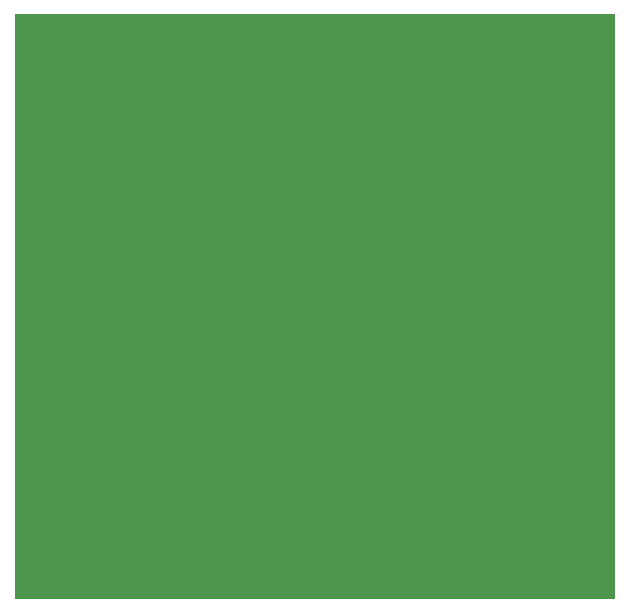
<source format=gts>
G04 Layer: TopSolderMaskLayer*
G04 EasyEDA Pro v2.1.42, 2023-12-20 16:08:35*
G04 Gerber Generator version 0.3*
G04 Scale: 100 percent, Rotated: No, Reflected: No*
G04 Dimensions in millimeters*
G04 Leading zeros omitted, absolute positions, 3 integers and 5 decimals*
%FSLAX35Y35*%
%MOMM*%
%ADD10C,0.254*%
G75*


G04 PolygonModel Start*
G36*
G01X2540357Y-2476294D02*
G01X2540357Y2476294D01*
G01X-2540357D01*
G01Y-2476294D01*
G01X2540357D01*
G37*
G04 PolygonModel End*
G54D10*

M02*

</source>
